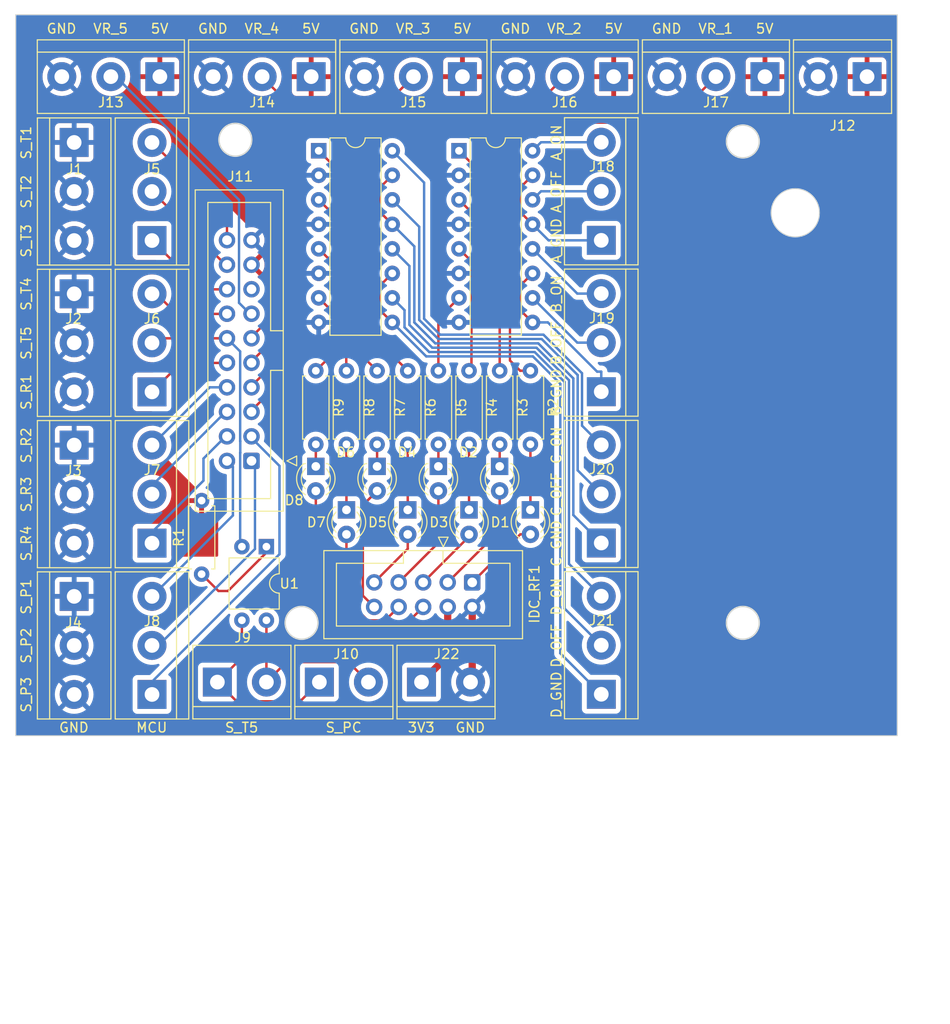
<source format=kicad_pcb>
(kicad_pcb (version 20221018) (generator pcbnew)
  (title_block (title "Control Panel Faceplate IO Breakout Board") (rev "0"))
  (layers (0 "F.Cu" signal) (31 "B.Cu" signal) (34 "B.Paste" user) (35 "F.Paste" user) (36 "B.SilkS" user "B.Silkscreen") (37 "F.SilkS" user "F.Silkscreen") (38 "B.Mask" user) (39 "F.Mask" user) (44 "Edge.Cuts" user))
  (net 0 "")
  (net 1 "/SW_T1")
  (net 2 "/SW_T2")
  (net 3 "/SW_T3")
  (net 4 "/SW_T4")
  (net 5 "/SW_T5")
  (net 6 "/SW_R1")
  (net 7 "/SW_R2")
  (net 8 "/SW_R3")
  (net 9 "/SW_R4")
  (net 10 "/SW_P1")
  (net 11 "/SW_P2")
  (net 12 "/SW_P3")
  (net 13 "/VR_1")
  (net 14 "/VR_2")
  (net 15 "/VR_3")
  (net 16 "/VR_4")
  (net 17 "/VR_5")
  (net 18 "/5V")
  (net 19 "Net-(D1-K)")
  (net 20 "/3V3")
  (net 21 "/GND")
  (net 22 "Net-(D2-K)")
  (net 23 "Net-(D3-K)")
  (net 24 "Net-(D4-K)")
  (net 25 "Net-(D5-K)")
  (net 26 "Net-(D6-K)")
  (net 27 "Net-(D7-K)")
  (net 28 "Net-(J21-Pin_3)")
  (net 29 "Net-(D8-K)")
  (net 30 "/A_ON")
  (net 31 "/A_OFF")
  (net 33 "Net-(J21-Pin_2)")
  (net 34 "Net-(J21-Pin_1)")
  (net 35 "Net-(J18-Pin_1)")
  (net 36 "Net-(J18-Pin_2)")
  (net 37 "Net-(J18-Pin_3)")
  (net 38 "Net-(J19-Pin_1)")
  (net 39 "Net-(J19-Pin_2)")
  (net 40 "Net-(J19-Pin_3)")
  (net 41 "Net-(J20-Pin_1)")
  (net 42 "Net-(J20-Pin_2)")
  (net 43 "Net-(J20-Pin_3)")
  (net 44 "Net-(R1-Pad1)")
  (net 45 "Net-(R2-Pad1)")
  (net 46 "Net-(R3-Pad1)")
  (net 47 "Net-(R4-Pad1)")
  (net 48 "Net-(R7-Pad1)")
  (net 49 "Net-(R8-Pad1)")
  (net 50 "Net-(R5-Pad1)")
  (net 51 "Net-(R6-Pad1)")
  (net 52 "Net-(R9-Pad1)")
  (net 53 "/B_ON")
  (net 54 "/B_OFF")
  (net 55 "/C_ON")
  (net 56 "/C_OFF")
  (net 57 "/D_ON")
  (net 58 "/D_OFF")
  (net 59 "Net-(J10-Pin_1)")
  (net 60 "Net-(J10-Pin_2)")
  (footprint "TerminalBlock:TerminalBlock_bornier-3_P5.08mm" (layer "F.Cu") (at 76.9686 4.636 180)
    (fp_text reference "J17")
    (fp_text value "Screw_Terminal_01x03")
  )
  (footprint "LED_THT:LED_D3.0mm" (layer "F.Cu") (at 30.434 45.0096 -90)
    (fp_text reference "D8")
    (fp_text value "LED")
  )
  (footprint "Resistor_THT:R_Axial_DIN0207_L6.3mm_D2.5mm_P7.62mm_Horizontal" (layer "F.Cu") (at 30.434 35.1028 -90)
    (fp_text reference "R9")
    (fp_text value "330R")
  )
  (footprint "LED_THT:LED_D3.0mm" (layer "F.Cu") (at 39.959 49.5096 -90)
    (fp_text reference "D5")
    (fp_text value "LED")
  )
  (footprint "LED_THT:LED_D3.0mm" (layer "F.Cu") (at 43.134 45.0096 -90)
    (fp_text reference "D4")
    (fp_text value "LED")
  )
  (footprint "TerminalBlock:TerminalBlock_bornier-3_P5.08mm" (layer "F.Cu") (at 5.398 27.1294 -90)
    (fp_text reference "J2")
    (fp_text value "Screw_Terminal_01x03")
  )
  (footprint "TerminalBlock:TerminalBlock_bornier-3_P5.08mm" (layer "F.Cu") (at 13.462 52.9612 90)
    (fp_text reference "J7")
    (fp_text value "Screw_Terminal_01x03")
  )
  (footprint "Connector_IDC:IDC-Header_2x05_P2.54mm_Vertical" (layer "F.Cu") (at 46.6384 57.023 -90)
    (fp_text reference "IDC_RF1")
    (fp_text value "IDC_SW")
  )
  (footprint "Resistor_THT:R_Axial_DIN0207_L6.3mm_D2.5mm_P7.62mm_Horizontal" (layer "F.Cu") (at 49.484 35.1028 -90)
    (fp_text reference "R3")
    (fp_text value "330R")
  )
  (footprint "LED_THT:LED_D3.0mm" (layer "F.Cu") (at 52.66765 49.5042 -90)
    (fp_text reference "D1")
    (fp_text value "LED")
  )
  (footprint "Package_DIP:DIP-16_W7.62mm" (layer "F.Cu") (at 45.26765 12.3128)
    (fp_text reference "U2" hide)
    (fp_text value "LTV-847")
  )
  (footprint "LED_THT:LED_D3.0mm" (layer "F.Cu") (at 49.484 45.0096 -90)
    (fp_text reference "D2")
    (fp_text value "LED")
  )
  (footprint "Connector_IDC:IDC-Header_2x10_P2.54mm_Vertical" (layer "F.Cu") (at 23.7714 44.438 180)
    (fp_text reference "J11")
    (fp_text value "J_IDC_SW_IN")
  )
  (footprint "TerminalBlock:TerminalBlock_bornier-3_P5.08mm" (layer "F.Cu") (at 13.462 68.6308 90)
    (fp_text reference "J8")
    (fp_text value "Screw_Terminal_01x03")
  )
  (footprint "TerminalBlock:TerminalBlock_bornier-2_P5.08mm" (layer "F.Cu") (at 87.546 4.635 180)
    (fp_text reference "J12")
    (fp_text value "Screw_Terminal_01x02")
  )
  (footprint "TerminalBlock:TerminalBlock_bornier-3_P5.08mm" (layer "F.Cu") (at 13.462 37.2894 90)
    (fp_text reference "J6")
    (fp_text value "Screw_Terminal_01x03")
  )
  (footprint "TerminalBlock:TerminalBlock_bornier-3_P5.08mm" (layer "F.Cu") (at 5.398 11.4532 -90)
    (fp_text reference "J1")
    (fp_text value "Screw_Terminal_01x03")
  )
  (footprint "TerminalBlock:TerminalBlock_bornier-3_P5.08mm" (layer "F.Cu") (at 5.398 58.4708 -90)
    (fp_text reference "J4")
    (fp_text value "Screw_Terminal_01x03")
  )
  (footprint "Resistor_THT:R_Axial_DIN0207_L6.3mm_D2.5mm_P7.62mm_Horizontal" (layer "F.Cu") (at 43.134 35.1028 -90)
    (fp_text reference "R5")
    (fp_text value "330R")
  )
  (footprint "TerminalBlock:TerminalBlock_bornier-3_P5.08mm" (layer "F.Cu") (at 14.277 4.636 180)
    (fp_text reference "J13")
    (fp_text value "Screw_Terminal_01x03")
  )
  (footprint "TerminalBlock:TerminalBlock_bornier-2_P5.08mm" (layer "F.Cu") (at 20.236 67.3486)
    (fp_text reference "J9")
    (fp_text value "Screw_Terminal_01x02")
  )
  (footprint "TerminalBlock:TerminalBlock_bornier-3_P5.08mm" (layer "F.Cu") (at 61.2968 4.636 180)
    (fp_text reference "J16")
    (fp_text value "Screw_Terminal_01x03")
  )
  (footprint "Resistor_THT:R_Axial_DIN0207_L6.3mm_D2.5mm_P7.62mm_Horizontal" (layer "F.Cu") (at 36.784 35.1028 -90)
    (fp_text reference "R7")
    (fp_text value "330R")
  )
  (footprint "TerminalBlock:TerminalBlock_bornier-3_P5.08mm" (layer "F.Cu") (at 60.008 21.5922 90)
    (fp_text reference "J18")
    (fp_text value "Screw_Terminal_01x03")
  )
  (footprint "TerminalBlock:TerminalBlock_bornier-2_P5.08mm" (layer "F.Cu") (at 41.3844 67.3486)
    (fp_text reference "J22")
    (fp_text value "Screw_Terminal_01x02")
  )
  (footprint "TerminalBlock:TerminalBlock_bornier-3_P5.08mm" (layer "F.Cu") (at 29.9532 4.636 180)
    (fp_text reference "J14")
    (fp_text value "Screw_Terminal_01x03")
  )
  (footprint "TerminalBlock:TerminalBlock_bornier-2_P5.08mm" (layer "F.Cu") (at 30.8024 67.3486)
    (fp_text reference "J10")
    (fp_text value "Screw_Terminal_01x02")
  )
  (footprint "Resistor_THT:R_Axial_DIN0207_L6.3mm_D2.5mm_P7.62mm_Horizontal" (layer "F.Cu") (at 39.959 35.1028 -90)
    (fp_text reference "R6")
    (fp_text value "330R")
  )
  (footprint "TerminalBlock:TerminalBlock_bornier-3_P5.08mm" (layer "F.Cu") (at 60.008 68.6098 90)
    (fp_text reference "J21")
    (fp_text value "Screw_Terminal_01x03")
  )
  (footprint "Package_DIP:DIP-16_W7.62mm" (layer "F.Cu") (at 30.734 12.3128)
    (fp_text reference "U3" hide)
    (fp_text value "LTV-847")
  )
  (footprint "Resistor_THT:R_Axial_DIN0207_L6.3mm_D2.5mm_P7.62mm_Horizontal" (layer "F.Cu") (at 33.609 35.1028 -90)
    (fp_text reference "R8")
    (fp_text value "330R")
  )
  (footprint "TerminalBlock:TerminalBlock_bornier-3_P5.08mm" (layer "F.Cu") (at 45.625 4.636 180)
    (fp_text reference "J15")
    (fp_text value "Screw_Terminal_01x03")
  )
  (footprint "TerminalBlock:TerminalBlock_bornier-3_P5.08mm" (layer "F.Cu") (at 5.398 42.8012 -90)
    (fp_text reference "J3")
    (fp_text value "Screw_Terminal_01x03")
  )
  (footprint "Resistor_THT:R_Axial_DIN0207_L6.3mm_D2.5mm_P7.62mm_Horizontal" (layer "F.Cu") (at 46.309 35.1028 -90)
    (fp_text reference "R4")
    (fp_text value "330R")
  )
  (footprint "LED_THT:LED_D3.0mm" (layer "F.Cu") (at 36.784 45.0096 -90)
    (fp_text reference "D6")
    (fp_text value "LED")
  )
  (footprint "TerminalBlock:TerminalBlock_bornier-3_P5.08mm" (layer "F.Cu") (at 60.008 52.9402 90)
    (fp_text reference "J20")
    (fp_text value "Screw_Terminal_01x03")
  )
  (footprint "Resistor_THT:R_Axial_DIN0207_L6.3mm_D2.5mm_P7.62mm_Horizontal" (layer "F.Cu") (at 52.66765 35.0974 -90)
    (fp_text reference "R2")
    (fp_text value "330R")
  )
  (footprint "TerminalBlock:TerminalBlock_bornier-3_P5.08mm" (layer "F.Cu") (at 60.008 37.2684 90)
    (fp_text reference "J19")
    (fp_text value "Screw_Terminal_01x03")
  )
  (footprint "LED_THT:LED_D3.0mm" (layer "F.Cu") (at 33.609 49.5096 -90)
    (fp_text reference "D7")
    (fp_text value "LED")
  )
  (footprint "TerminalBlock:TerminalBlock_bornier-3_P5.08mm" (layer "F.Cu") (at 13.462 21.6132 90)
    (fp_text reference "J5")
    (fp_text value "Screw_Terminal_01x03")
  )
  (footprint "LED_THT:LED_D3.0mm" (layer "F.Cu") (at 46.309 49.5096 -90)
    (fp_text reference "D3")
    (fp_text value "LED")
  )
  (footprint "Resistor_THT:R_Axial_DIN0207_L6.3mm_D2.5mm_P7.62mm_Horizontal" (layer "F.Cu") (at 18.6014 56.1696 90)
    (fp_text reference "R1")
    (fp_text value "330R")
  )
  (footprint "Package_DIP:DIP-4_W7.62mm" (layer "F.Cu") (at 25.316 53.3246 -90)
    (fp_text reference "U1")
    (fp_text value "LTV-817")
  )
  (gr_circle (center 74.676 11.352) (end 76.376 11.352) (stroke (width 0.15)) (fill none) (layer "Edge.Cuts"))
  (gr_circle (center 22.098 11.176) (end 23.798 11.176) (stroke (width 0.15)) (fill none) (layer "Edge.Cuts"))
  (gr_circle (center 28.956 61.214) (end 30.656 61.214) (stroke (width 0.15)) (fill none) (layer "Edge.Cuts"))
  (gr_circle (center 74.676 61.214) (end 76.376 61.214) (stroke (width 0.15)) (fill none) (layer "Edge.Cuts"))
  (gr_circle (center 80.1096 18.7376) (end 82.6096 18.7376) (stroke (width 0.1)) (fill none) (layer "Edge.Cuts"))
  (gr_rect (start -0.6604 -1.778) (end 90.678 72.898) (stroke (width 0.1)) (fill none) (layer "Edge.Cuts"))
  (gr_text "5V" (at 44.595238 0.254) (layer "F.SilkS") (effects (font (size 1 1)) (justify left bottom)))
  (gr_text "S_PC" (at 31.360257 72.644) (layer "F.SilkS") (effects (font (size 1 1)) (justify left bottom)))
  (gr_text "A_ON" (at 55.944 13.435343 90) (layer "F.SilkS") (effects (font (size 1 1)) (justify left bottom)))
  (gr_text "S_T3" (at 1.016 23.452486 90) (layer "F.SilkS") (effects (font (size 1 1)) (justify left bottom)))
  (gr_text "S_R2" (at 1.016 44.759534 90) (layer "F.SilkS") (effects (font (size 1 1)) (justify left bottom)))
  (gr_text "S_P2" (at 1.016 65.509134 90) (layer "F.SilkS") (effects (font (size 1 1)) (justify left bottom)))
  (gr_text "VR_1" (at 69.977886 0.254) (layer "F.SilkS") (effects (font (size 1 1)) (justify left bottom)))
  (gr_text "S_T4" (at 1.016 28.968686 90) (layer "F.SilkS") (effects (font (size 1 1)) (justify left bottom)))
  (gr_text "GND" (at 65.159791 0.254) (layer "F.SilkS") (effects (font (size 1 1)) (justify left bottom)))
  (gr_text "C_ON" (at 55.944 44.854772 90) (layer "F.SilkS") (effects (font (size 1 1)) (justify left bottom)))
  (gr_text "S_R4" (at 1.016 54.919534 90) (layer "F.SilkS") (effects (font (size 1 1)) (justify left bottom)))
  (gr_text "D_GND" (at 55.944 71.160562 90) (layer "F.SilkS") (effects (font (size 1 1)) (justify left bottom)))
  (gr_text "C_GND" (at 55.944 55.490962 90) (layer "F.SilkS") (effects (font (size 1 1)) (justify left bottom)))
  (gr_text "D_OFF" (at 55.944 65.937705 90) (layer "F.SilkS") (effects (font (size 1 1)) (justify left bottom)))
  (gr_text "S_P1" (at 1.016 60.429134 90) (layer "F.SilkS") (effects (font (size 1 1)) (justify left bottom)))
  (gr_text "5V" (at 75.938838 0.254) (layer "F.SilkS") (effects (font (size 1 1)) (justify left bottom)))
  (gr_text "VR_3" (at 38.634286 0.254) (layer "F.SilkS") (effects (font (size 1 1)) (justify left bottom)))
  (gr_text "S_T5" (at 1.016 34.048686 90) (layer "F.SilkS") (effects (font (size 1 1)) (justify left bottom)))
  (gr_text "GND" (at 49.487991 0.254) (layer "F.SilkS") (effects (font (size 1 1)) (justify left bottom)))
  (gr_text "MCU" (at 11.741762 72.644) (layer "F.SilkS") (effects (font (size 1 1)) (justify left bottom)))
  (gr_text "A_GND" (at 55.944 24.071534 90) (layer "F.SilkS") (effects (font (size 1 1)) (justify left bottom)))
  (gr_text "VR_4" (at 22.962486 0.254) (layer "F.SilkS") (effects (font (size 1 1)) (justify left bottom)))
  (gr_text "S_P3" (at 1.016 70.589134 90) (layer "F.SilkS") (effects (font (size 1 1)) (justify left bottom)))
  (gr_text "C_OFF" (at 55.944 50.268105 90) (layer "F.SilkS") (effects (font (size 1 1)) (justify left bottom)))
  (gr_text "GND" (at 3.749191 72.644) (layer "F.SilkS") (effects (font (size 1 1)) (justify left bottom)))
  (gr_text "B_OFF" (at 55.944 34.596305 90) (layer "F.SilkS") (effects (font (size 1 1)) (justify left bottom)))
  (gr_text "5V" (at 28.923438 0.254) (layer "F.SilkS") (effects (font (size 1 1)) (justify left bottom)))
  (gr_text "A_OFF" (at 55.944 18.848677 90) (layer "F.SilkS") (effects (font (size 1 1)) (justify left bottom)))
  (gr_text "B_ON" (at 55.944 29.182972 90) (layer "F.SilkS") (effects (font (size 1 1)) (justify left bottom)))
  (gr_text "S_T2" (at 1.016 18.372486 90) (layer "F.SilkS") (effects (font (size 1 1)) (justify left bottom)))
  (gr_text "3V3" (at 39.878448 72.644) (layer "F.SilkS") (effects (font (size 1 1)) (justify left bottom)))
  (gr_text "VR_5" (at 7.286286 0.254) (layer "F.SilkS") (effects (font (size 1 1)) (justify left bottom)))
  (gr_text "GND" (at 2.468191 0.254) (layer "F.SilkS") (effects (font (size 1 1)) (justify left bottom)))
  (gr_text "B_GND" (at 55.944 39.819162 90) (layer "F.SilkS") (effects (font (size 1 1)) (justify left bottom)))
  (gr_text "GND" (at 33.816191 0.254) (layer "F.SilkS") (effects (font (size 1 1)) (justify left bottom)))
  (gr_text "VR_2" (at 54.306086 0.254) (layer "F.SilkS") (effects (font (size 1 1)) (justify left bottom)))
  (gr_text "GND" (at 44.815591 72.644) (layer "F.SilkS") (effects (font (size 1 1)) (justify left bottom)))
  (gr_text "S_T5" (at 20.936714 72.644) (layer "F.SilkS") (effects (font (size 1 1)) (justify left bottom)))
  (gr_text "S_R1" (at 1.016 39.247734 90) (layer "F.SilkS") (effects (font (size 1 1)) (justify left bottom)))
  (gr_text "D_ON" (at 55.944 60.524372 90) (layer "F.SilkS") (effects (font (size 1 1)) (justify left bottom)))
  (gr_text "5V" (at 13.247238 0.254) (layer "F.SilkS") (effects (font (size 1 1)) (justify left bottom)))
  (gr_text "S_T1" (at 1.016 13.292486 90) (layer "F.SilkS") (effects (font (size 1 1)) (justify left bottom)))
  (gr_text "5V" (at 60.267038 0.254) (layer "F.SilkS") (effects (font (size 1 1)) (justify left bottom)))
  (gr_text "S_R3" (at 1.016 49.839534 90) (layer "F.SilkS") (effects (font (size 1 1)) (justify left bottom)))
  (gr_text "GND" (at 18.144391 0.254) (layer "F.SilkS") (effects (font (size 1 1)) (justify left bottom)))
  (segment (start 21.2314 21.578) (end 21.2314 19.1994) (width 0.25) (layer "F.Cu") (net 1))
  (segment (start 21.2314 19.1994) (end 13.462 11.43) (width 0.25) (layer "F.Cu") (net 1))
  (segment (start 21.082 24.13) (end 13.462 16.51) (width 0.25) (layer "F.Cu") (net 2))
  (segment (start 21.082 26.67) (end 18.542 26.67) (width 0.25) (layer "F.Cu") (net 3))
  (segment (start 18.542 26.67) (end 13.462 21.59) (width 0.25) (layer "F.Cu") (net 3))
  (segment (start 21.082 29.21) (end 16.002 29.21) (width 0.25) (layer "F.Cu") (net 4))
  (segment (start 16.002 29.21) (end 13.462 26.67) (width 0.25) (layer "F.Cu") (net 4))
  (segment (start 21.07 31.738) (end 13.474 31.738) (width 0.25) (layer "F.Cu") (net 5))
  (segment (start 13.474 31.738) (end 13.462 31.75) (width 0.25) (layer "F.Cu") (net 5))
  (segment (start 21.082 31.75) (end 21.07 31.738) (width 0.25) (layer "F.Cu") (net 5))
  (segment (start 22.606 42.394301) (end 22.5964 42.384701) (width 0.25) (layer "B.Cu") (net 5))
  (segment (start 22.5964 42.384701) (end 22.5964 33.103) (width 0.25) (layer "B.Cu") (net 5))
  (segment (start 22.606 43.590227) (end 22.606 42.394301) (width 0.25) (layer "B.Cu") (net 5))
  (segment (start 22.776 53.3246) (end 22.5964 53.145) (width 0.25) (layer "B.Cu") (net 5))
  (segment (start 22.5964 43.599827) (end 22.606 43.590227) (width 0.25) (layer "B.Cu") (net 5))
  (segment (start 22.5964 33.103) (end 21.2314 31.738) (width 0.25) (layer "B.Cu") (net 5))
  (segment (start 22.5964 53.145) (end 22.5964 43.599827) (width 0.25) (layer "B.Cu") (net 5))
  (segment (start 16.4614 34.29) (end 13.9214 36.83) (width 0.25) (layer "F.Cu") (net 6))
  (segment (start 21.082 34.29) (end 16.4614 34.29) (width 0.25) (layer "F.Cu") (net 6))
  (segment (start 13.9214 36.83) (end 13.462 36.83) (width 0.25) (layer "F.Cu") (net 6))
  (segment (start 21.07 36.818) (end 19.4452 36.818) (width 0.25) (layer "B.Cu") (net 7))
  (segment (start 19.4452 36.818) (end 14.3532 41.91) (width 0.25) (layer "B.Cu") (net 7))
  (segment (start 21.082 36.83) (end 21.07 36.818) (width 0.25) (layer "B.Cu") (net 7))
  (segment (start 21.082 39.37) (end 13.462 46.99) (width 0.25) (layer "B.Cu") (net 8))
  (segment (start 13.462 46.99) (end 13.462 47.8812) (width 0.25) (layer "B.Cu") (net 8))
  (segment (start 18.796 46.482) (end 13.462 51.816) (width 0.25) (layer "B.Cu") (net 9))
  (segment (start 18.796 44.196) (end 18.796 46.482) (width 0.25) (layer "B.Cu") (net 9))
  (segment (start 13.462 51.816) (end 13.462 52.07) (width 0.25) (layer "B.Cu") (net 9))
  (segment (start 21.082 41.91) (end 18.796 44.196) (width 0.25) (layer "B.Cu") (net 9))
  (segment (start 21.844 45.0506) (end 21.844 50.0888) (width 0.25) (layer "B.Cu") (net 10))
  (segment (start 21.844 50.0888) (end 13.462 58.4708) (width 0.25) (layer "B.Cu") (net 10))
  (segment (start 21.2314 44.438) (end 21.844 45.0506) (width 0.25) (layer "B.Cu") (net 10))
  (segment (start 24.13 53.561591) (end 24.13 44.958) (width 0.25) (layer "B.Cu") (net 11))
  (segment (start 13.462 63.5508) (end 14.140791 63.5508) (width 0.25) (layer "B.Cu") (net 11))
  (segment (start 14.140791 63.5508) (end 24.13 53.561591) (width 0.25) (layer "B.Cu") (net 11))
  (segment (start 24.13 44.958) (end 23.7714 44.5994) (width 0.25) (layer "B.Cu") (net 11))
  (segment (start 13.462 67.31) (end 26.67 54.102) (width 0.25) (layer "B.Cu") (net 12))
  (segment (start 26.67 54.102) (end 26.67 44.958) (width 0.25) (layer "B.Cu") (net 12))
  (segment (start 26.67 44.958) (end 23.622 41.91) (width 0.25) (layer "B.Cu") (net 12))
  (segment (start 29.21 11.2968) (end 29.21 33.782) (width 0.25) (layer "F.Cu") (net 13))
  (segment (start 71.8886 4.636) (end 67.1266 9.398) (width 0.25) (layer "F.Cu") (net 13))
  (segment (start 67.1266 9.398) (end 31.1088 9.398) (width 0.25) (layer "F.Cu") (net 13))
  (segment (start 29.21 33.782) (end 23.622 39.37) (width 0.25) (layer "F.Cu") (net 13))
  (segment (start 31.1088 9.398) (end 29.21 11.2968) (width 0.25) (layer "F.Cu") (net 13))
  (segment (start 28.448 32.004) (end 23.622 36.83) (width 0.25) (layer "F.Cu") (net 14))
  (segment (start 28.448 10.9158) (end 28.448 32.004) (width 0.25) (layer "F.Cu") (net 14))
  (segment (start 56.2168 4.636) (end 51.9628 8.89) (width 0.25) (layer "F.Cu") (net 14))
  (segment (start 30.4738 8.89) (end 28.448 10.9158) (width 0.25) (layer "F.Cu") (net 14))
  (segment (start 51.9628 8.89) (end 30.4738 8.89) (width 0.25) (layer "F.Cu") (net 14))
  (segment (start 36.799 8.382) (end 30.345404 8.382) (width 0.25) (layer "F.Cu") (net 15))
  (segment (start 40.545 4.636) (end 36.799 8.382) (width 0.25) (layer "F.Cu") (net 15))
  (segment (start 30.345404 8.382) (end 27.686 11.041404) (width 0.25) (layer "F.Cu") (net 15))
  (segment (start 27.686 30.226) (end 23.622 34.29) (width 0.25) (layer "F.Cu") (net 15))
  (segment (start 27.686 11.041404) (end 27.686 30.226) (width 0.25) (layer "F.Cu") (net 15))
  (segment (start 26.924 6.731) (end 24.638 4.445) (width 0.25) (layer "F.Cu") (net 16))
  (segment (start 26.924 28.448) (end 26.924 6.731) (width 0.25) (layer "F.Cu") (net 16))
  (segment (start 23.622 31.75) (end 26.924 28.448) (width 0.25) (layer "F.Cu") (net 16))
  (segment (start 9.398 4.445) (end 9.525 4.445) (width 0.25) (layer "B.Cu") (net 17))
  (segment (start 22.479 28.067) (end 23.622 29.21) (width 0.25) (layer "B.Cu") (net 17))
  (segment (start 9.525 4.445) (end 22.479 17.399) (width 0.25) (layer "B.Cu") (net 17))
  (segment (start 22.479 17.399) (end 22.479 28.067) (width 0.25) (layer "B.Cu") (net 17))
  (segment (start 52.66765 42.7174) (end 52.66765 49.5042) (width 0.25) (layer "F.Cu") (net 19))
  (segment (start 44.3484 64.3846) (end 41.3844 67.3486) (width 0.75) (layer "F.Cu") (net 20))
  (segment (start 44.0984 59.563) (end 44.0984 64.3846) (width 0.75) (layer "F.Cu") (net 20))
  (segment (start 46.6384 59.563) (end 46.6384 66.9246) (width 0.75) (layer "F.Cu") (net 21))
  (segment (start 46.8884 66.9246) (end 46.4644 67.3486) (width 0.75) (layer "F.Cu") (net 21))
  (segment (start 49.484 42.7228) (end 49.484 45.0096) (width 0.25) (layer "F.Cu") (net 22))
  (segment (start 46.309 42.7228) (end 46.309 49.5096) (width 0.25) (layer "F.Cu") (net 23))
  (segment (start 43.134 42.7228) (end 43.134 45.0096) (width 0.25) (layer "F.Cu") (net 24))
  (segment (start 39.959 42.7228) (end 39.959 49.5096) (width 0.25) (layer "F.Cu") (net 25))
  (segment (start 36.784 42.7228) (end 36.784 45.0096) (width 0.25) (layer "F.Cu") (net 26))
  (segment (start 33.609 42.7228) (end 33.609 49.5096) (width 0.25) (layer "F.Cu") (net 27))
  (segment (start 40.132 24.2508) (end 38.354 22.4728) (width 0.25) (layer "B.Cu") (net 28))
  (segment (start 56.6636 55.1054) (end 56.6636 36.080608) (width 0.25) (layer "B.Cu") (net 28))
  (segment (start 56.6636 36.080608) (end 53.295792 32.7128) (width 0.25) (layer "B.Cu") (net 28))
  (segment (start 40.132 30.3468) (end 40.132 24.2508) (width 0.25) (layer "B.Cu") (net 28))
  (segment (start 42.498 32.7128) (end 40.132 30.3468) (width 0.25) (layer "B.Cu") (net 28))
  (segment (start 60.008 58.4498) (end 56.6636 55.1054) (width 0.25) (layer "B.Cu") (net 28))
  (segment (start 53.295792 32.7128) (end 42.498 32.7128) (width 0.25) (layer "B.Cu") (net 28))
  (segment (start 30.434 42.7228) (end 30.434 45.0096) (width 0.25) (layer "F.Cu") (net 29))
  (segment (start 51.6172 52.0442) (end 46.6384 57.023) (width 0.25) (layer "F.Cu") (net 30))
  (segment (start 52.66765 52.0442) (end 51.6172 52.0442) (width 0.25) (layer "F.Cu") (net 30))
  (segment (start 49.484 47.5496) (end 49.484 51.6374) (width 0.25) (layer "F.Cu") (net 31))
  (segment (start 49.484 51.6374) (end 44.0984 57.023) (width 0.25) (layer "F.Cu") (net 31))
  (segment (start 56.2136 59.7354) (end 60.008 63.5298) (width 0.25) (layer "B.Cu") (net 33))
  (segment (start 38.354 27.5528) (end 39.624 28.8228) (width 0.25) (layer "B.Cu") (net 33))
  (segment (start 39.624 30.6008) (end 42.186 33.1628) (width 0.25) (layer "B.Cu") (net 33))
  (segment (start 56.2136 36.267004) (end 56.2136 59.7354) (width 0.25) (layer "B.Cu") (net 33))
  (segment (start 39.624 28.8228) (end 39.624 30.6008) (width 0.25) (layer "B.Cu") (net 33))
  (segment (start 42.186 33.1628) (end 53.109396 33.1628) (width 0.25) (layer "B.Cu") (net 33))
  (segment (start 53.109396 33.1628) (end 56.2136 36.267004) (width 0.25) (layer "B.Cu") (net 33))
  (segment (start 37.084 26.2828) (end 37.084 28.8228) (width 0.25) (layer "F.Cu") (net 34))
  (segment (start 38.354 25.0128) (end 37.084 26.2828) (width 0.25) (layer "F.Cu") (net 34))
  (segment (start 37.084 28.8228) (end 38.354 30.0928) (width 0.25) (layer "F.Cu") (net 34))
  (segment (start 55.7636 64.3654) (end 55.7636 36.4534) (width 0.25) (layer "B.Cu") (net 34))
  (segment (start 52.923 33.6128) (end 41.874 33.6128) (width 0.25) (layer "B.Cu") (net 34))
  (segment (start 60.008 68.6098) (end 55.7636 64.3654) (width 0.25) (layer "B.Cu") (net 34))
  (segment (start 41.874 33.6128) (end 38.354 30.0928) (width 0.25) (layer "B.Cu") (net 34))
  (segment (start 55.7636 36.4534) (end 52.923 33.6128) (width 0.25) (layer "B.Cu") (net 34))
  (segment (start 51.562 18.60715) (end 52.88765 19.9328) (width 0.25) (layer "F.Cu") (net 35))
  (segment (start 51.562 16.17845) (end 51.562 18.60715) (width 0.25) (layer "F.Cu") (net 35))
  (segment (start 52.88765 14.8528) (end 51.562 16.17845) (width 0.25) (layer "F.Cu") (net 35))
  (segment (start 54.54705 21.5922) (end 52.88765 19.9328) (width 0.25) (layer "B.Cu") (net 35))
  (segment (start 60.008 21.5922) (end 54.54705 21.5922) (width 0.25) (layer "B.Cu") (net 35))
  (segment (start 53.76825 16.5122) (end 52.88765 17.3928) (width 0.25) (layer "B.Cu") (net 36))
  (segment (start 60.008 16.5122) (end 53.76825 16.5122) (width 0.25) (layer "B.Cu") (net 36))
  (segment (start 53.76825 11.4322) (end 52.88765 12.3128) (width 0.25) (layer "B.Cu") (net 37))
  (segment (start 60.008 11.4322) (end 53.76825 11.4322) (width 0.25) (layer "B.Cu") (net 37))
  (segment (start 51.562 26.33845) (end 51.562 28.76715) (width 0.25) (layer "F.Cu") (net 38))
  (segment (start 51.562 28.76715) (end 52.88765 30.0928) (width 0.25) (layer "F.Cu") (net 38))
  (segment (start 52.88765 25.0128) (end 51.562 26.33845) (width 0.25) (layer "F.Cu") (net 38))
  (segment (start 59.5762 35.1922) (end 54.4768 30.0928) (width 0.25) (layer "B.Cu") (net 38))
  (segment (start 54.4768 30.0928) (end 52.88765 30.0928) (width 0.25) (layer "B.Cu") (net 38))
  (segment (start 60.008 37.2684) (end 60.008 35.1922) (width 0.25) (layer "B.Cu") (net 38))
  (segment (start 60.008 35.1922) (end 59.5762 35.1922) (width 0.25) (layer "B.Cu") (net 38))
  (segment (start 60.008 32.1884) (end 57.52325 32.1884) (width 0.25) (layer "B.Cu") (net 39))
  (segment (start 57.52325 32.1884) (end 52.88765 27.5528) (width 0.25) (layer "B.Cu") (net 39))
  (segment (start 57.52325 27.1084) (end 52.88765 22.4728) (width 0.25) (layer "B.Cu") (net 40))
  (segment (start 60.008 27.1084) (end 57.52325 27.1084) (width 0.25) (layer "B.Cu") (net 40))
  (segment (start 38.354 14.8528) (end 37.084 16.1228) (width 0.25) (layer "F.Cu") (net 41))
  (segment (start 37.084 18.6628) (end 38.354 19.9328) (width 0.25) (layer "F.Cu") (net 41))
  (segment (start 37.084 16.1228) (end 37.084 18.6628) (width 0.25) (layer "F.Cu") (net 41))
  (segment (start 57.1136 50.0458) (end 57.1136 35.894212) (width 0.25) (layer "B.Cu") (net 41))
  (segment (start 40.64 22.2188) (end 38.354 19.9328) (width 0.25) (layer "B.Cu") (net 41))
  (segment (start 40.64 30.0928) (end 40.64 22.2188) (width 0.25) (layer "B.Cu") (net 41))
  (segment (start 53.482188 32.2628) (end 42.81 32.2628) (width 0.25) (layer "B.Cu") (net 41))
  (segment (start 60.008 52.9402) (end 57.1136 50.0458) (width 0.25) (layer "B.Cu") (net 41))
  (segment (start 57.1136 35.894212) (end 53.482188 32.2628) (width 0.25) (layer "B.Cu") (net 41))
  (segment (start 42.81 32.2628) (end 40.64 30.0928) (width 0.25) (layer "B.Cu") (net 41))
  (segment (start 57.5636 45.4158) (end 60.008 47.8602) (width 0.25) (layer "B.Cu") (net 42))
  (segment (start 41.148 29.8388) (end 43.122 31.8128) (width 0.25) (layer "B.Cu") (net 42))
  (segment (start 38.354 17.3928) (end 41.148 20.1868) (width 0.25) (layer "B.Cu") (net 42))
  (segment (start 43.122 31.8128) (end 53.833204 31.8128) (width 0.25) (layer "B.Cu") (net 42))
  (segment (start 57.5636 35.543196) (end 57.5636 45.4158) (width 0.25) (layer "B.Cu") (net 42))
  (segment (start 53.833204 31.8128) (end 57.5636 35.543196) (width 0.25) (layer "B.Cu") (net 42))
  (segment (start 41.148 20.1868) (end 41.148 29.8388) (width 0.25) (layer "B.Cu") (net 42))
  (segment (start 60.008 42.7802) (end 58.0136 40.7858) (width 0.25) (layer "B.Cu") (net 43))
  (segment (start 41.656 29.710404) (end 43.308396 31.3628) (width 0.25) (layer "B.Cu") (net 43))
  (segment (start 41.656 15.6148) (end 41.656 29.710404) (width 0.25) (layer "B.Cu") (net 43))
  (segment (start 58.0136 35.3568) (end 54.0196 31.3628) (width 0.25) (layer "B.Cu") (net 43))
  (segment (start 43.308396 31.3628) (end 54.0196 31.3628) (width 0.25) (layer "B.Cu") (net 43))
  (segment (start 38.354 12.3128) (end 41.656 15.6148) (width 0.25) (layer "B.Cu") (net 43))
  (segment (start 58.0136 40.7858) (end 58.0136 35.3568) (width 0.25) (layer "B.Cu") (net 43))
  (segment (start 25.316 53.932) (end 21.336 57.912) (width 0.25) (layer "F.Cu") (net 44))
  (segment (start 20.3438 57.912) (end 18.6014 56.1696) (width 0.25) (layer "F.Cu") (net 44))
  (segment (start 21.336 57.912) (end 20.3438 57.912) (width 0.25) (layer "F.Cu") (net 44))
  (segment (start 25.316 53.3246) (end 25.316 53.932) (width 0.25) (layer "F.Cu") (net 44))
  (segment (start 51.6074 35.0974) (end 50.55 34.04) (width 0.25) (layer "F.Cu") (net 45))
  (segment (start 50.55 34.04) (end 50.55 17.59515) (width 0.25) (layer "F.Cu") (net 45))
  (segment (start 52.66765 35.0974) (end 51.6074 35.0974) (width 0.25) (layer "F.Cu") (net 45))
  (segment (start 50.55 17.59515) (end 45.26765 12.3128) (width 0.25) (layer "F.Cu") (net 45))
  (segment (start 49.484 35.1028) (end 49.484 21.60915) (width 0.25) (layer "F.Cu") (net 46))
  (segment (start 49.484 21.60915) (end 45.26765 17.3928) (width 0.25) (layer "F.Cu") (net 46))
  (segment (start 46.559 23.76415) (end 45.26765 22.4728) (width 0.25) (layer "F.Cu") (net 47))
  (segment (start 46.309 35.1028) (end 46.559 34.8528) (width 0.25) (layer "F.Cu") (net 47))
  (segment (start 46.559 34.8528) (end 46.559 23.76415) (width 0.25) (layer "F.Cu") (net 47))
  (segment (start 35.052 21.7108) (end 30.734 17.3928) (width 0.25) (layer "F.Cu") (net 48))
  (segment (start 36.784 35.1028) (end 35.052 33.3708) (width 0.25) (layer "F.Cu") (net 48))
  (segment (start 35.052 33.3708) (end 35.052 21.7108) (width 0.25) (layer "F.Cu") (net 48))
  (segment (start 33.59 35.0838) (end 33.59 25.3288) (width 0.25) (layer "F.Cu") (net 49))
  (segment (start 33.59 25.3288) (end 30.734 22.4728) (width 0.25) (layer "F.Cu") (net 49))
  (segment (start 33.609 35.1028) (end 33.59 35.0838) (width 0.25) (layer "F.Cu") (net 49))
  (segment (start 43.134 29.68645) (end 45.26765 27.5528) (width 0.25) (layer "F.Cu") (net 50))
  (segment (start 43.134 35.1028) (end 43.134 29.68645) (width 0.25) (layer "F.Cu") (net 50))
  (segment (start 39.959 35.1028) (end 36.322 31.4658) (width 0.25) (layer "F.Cu") (net 51))
  (segment (start 36.322 17.9008) (end 30.734 12.3128) (width 0.25) (layer "F.Cu") (net 51))
  (segment (start 36.322 31.4658) (end 36.322 17.9008) (width 0.25) (layer "F.Cu") (net 51))
  (segment (start 32.316 29.1348) (end 30.734 27.5528) (width 0.25) (layer "F.Cu") (net 52))
  (segment (start 30.434 35.1028) (end 32.316 33.2208) (width 0.25) (layer "F.Cu") (net 52))
  (segment (start 32.316 33.2208) (end 32.316 29.1348) (width 0.25) (layer "F.Cu") (net 52))
  (segment (start 46.309 52.0496) (end 46.309 52.2724) (width 0.25) (layer "F.Cu") (net 53))
  (segment (start 46.309 52.2724) (end 41.5584 57.023) (width 0.25) (layer "F.Cu") (net 53))
  (segment (start 43.134 47.5496) (end 43.134 52.9074) (width 0.25) (layer "F.Cu") (net 54))
  (segment (start 43.134 52.9074) (end 39.0184 57.023) (width 0.25) (layer "F.Cu") (net 54))
  (segment (start 39.959 52.0496) (end 39.959 53.5424) (width 0.25) (layer "F.Cu") (net 55))
  (segment (start 39.959 53.5424) (end 36.4784 57.023) (width 0.25) (layer "F.Cu") (net 55))
  (segment (start 35.3034 49.0302) (end 35.3034 58.388) (width 0.25) (layer "F.Cu") (net 56))
  (segment (start 35.3034 58.388) (end 36.4784 59.563) (width 0.25) (layer "F.Cu") (net 56))
  (segment (start 36.784 47.5496) (end 35.3034 49.0302) (width 0.25) (layer "F.Cu") (net 56))
  (segment (start 33.609 52.0496) (end 33.609 58.751) (width 0.25) (layer "F.Cu") (net 57))
  (segment (start 33.609 58.751) (end 35.818 60.96) (width 0.25) (layer "F.Cu") (net 57))
  (segment (start 35.818 60.96) (end 37.6214 60.96) (width 0.25) (layer "F.Cu") (net 57))
  (segment (start 37.6214 60.96) (end 39.0184 59.563) (width 0.25) (layer "F.Cu") (net 57))
  (segment (start 35.631604 61.41) (end 39.7114 61.41) (width 0.25) (layer "F.Cu") (net 58))
  (segment (start 30.434 47.5496) (end 30.434 56.212396) (width 0.25) (layer "F.Cu") (net 58))
  (segment (start 30.434 56.212396) (end 35.631604 61.41) (width 0.25) (layer "F.Cu") (net 58))
  (segment (start 39.7114 61.41) (end 41.5584 59.563) (width 0.25) (layer "F.Cu") (net 58))
  (segment (start 22.776 64.8086) (end 20.236 67.3486) (width 0.25) (layer "F.Cu") (net 59))
  (segment (start 30.8024 67.3486) (end 28.809 69.342) (width 0.25) (layer "F.Cu") (net 59))
  (segment (start 22.776 60.9446) (end 22.776 64.8086) (width 0.25) (layer "F.Cu") (net 59))
  (segment (start 22.2294 69.342) (end 20.236 67.3486) (width 0.25) (layer "F.Cu") (net 59))
  (segment (start 28.809 69.342) (end 22.2294 69.342) (width 0.25) (layer "F.Cu") (net 59))
  (segment (start 25.316 60.9446) (end 25.316 67.3486) (width 0.25) (layer "F.Cu") (net 60))
  (segment (start 27.3866 65.278) (end 25.316 67.3486) (width 0.25) (layer "F.Cu") (net 60))
  (segment (start 35.8824 67.3486) (end 33.8118 65.278) (width 0.25) (layer "F.Cu") (net 60))
  (segment (start 33.8118 65.278) (end 27.3866 65.278) (width 0.25) (layer "F.Cu") (net 60))
  (zone (net 18) (net_name "/5V") (layer "F.Cu") (connect_pads (clearance 0.508)) (min_thickness 0.25) (fill yes (thermal_gap 0.5) (thermal_bridge_width 0.5) (island_removal_mode 1) (island_area_min 10))
    (polygon (pts (xy -1.524 -2.794) (xy 91.44 -2.794) (xy 91.44 7.366) (xy 27.432 7.366) (xy 27.432002 25.665315) (xy 23.622 25.666095) (xy 23.622 20.32) (xy 14.224 10.922) (xy 13.462 42.672) (xy 20.32 49.53) (xy 20.32 54.356) (xy -1.524 54.356)))
  )
  (zone (net 21) (net_name "/GND") (layer "B.Cu") (priority 3) (connect_pads (clearance 0.508)) (min_thickness 0.25) (fill yes (thermal_gap 0.5) (thermal_bridge_width 0.5))
    (polygon (pts (xy 92.202 74.676) (xy -2.286 74.422) (xy -2.286 -3.302) (xy 92.202 -3.048)))
    (polygon (pts (xy 35.306 53.34) (xy 35.306 58.928) (xy 45.212 58.928) (xy 48.26 55.88) (xy 48.26 53.34)))
  )
)
</source>
